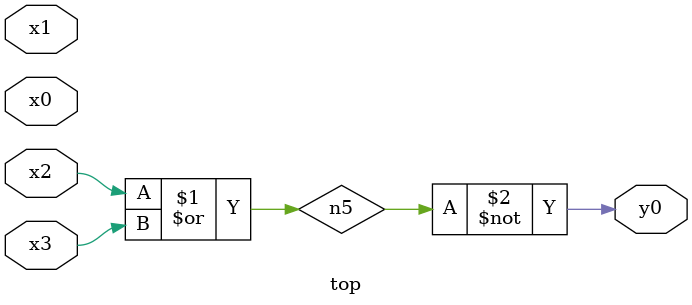
<source format=v>
module top( x0 , x1 , x2 , x3 , y0 );
  input x0 , x1 , x2 , x3 ;
  output y0 ;
  wire n5 ;
  assign n5 = x2 | x3 ;
  assign y0 = ~n5 ;
endmodule

</source>
